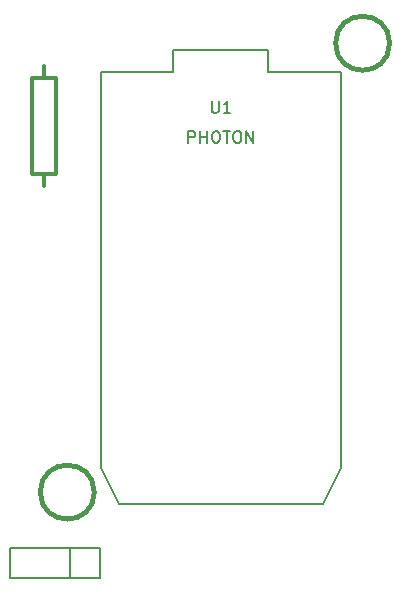
<source format=gto>
G04 (created by PCBNEW (2013-may-18)-stable) date Fre 02 Okt 2015 16:46:09 CEST*
%MOIN*%
G04 Gerber Fmt 3.4, Leading zero omitted, Abs format*
%FSLAX34Y34*%
G01*
G70*
G90*
G04 APERTURE LIST*
%ADD10C,0.00590551*%
%ADD11C,0.006*%
%ADD12C,0.012*%
%ADD13C,0.015*%
G04 APERTURE END LIST*
G54D10*
G54D11*
X45200Y-55405D02*
X45200Y-56405D01*
X45200Y-56405D02*
X42200Y-56405D01*
X42200Y-56405D02*
X42200Y-55405D01*
X42200Y-55405D02*
X45200Y-55405D01*
X44200Y-56405D02*
X44200Y-55405D01*
G54D12*
X43307Y-39338D02*
X43307Y-39738D01*
X43307Y-39738D02*
X43707Y-39738D01*
X43707Y-39738D02*
X43707Y-42938D01*
X43707Y-42938D02*
X42907Y-42938D01*
X42907Y-42938D02*
X42907Y-39738D01*
X42907Y-39738D02*
X43307Y-39738D01*
X43307Y-43338D02*
X43307Y-42938D01*
G54D10*
X53212Y-52744D02*
X52612Y-53944D01*
X45212Y-52744D02*
X45812Y-53944D01*
X45812Y-53944D02*
X52612Y-53944D01*
X53212Y-39544D02*
X53212Y-52744D01*
X45212Y-39544D02*
X45212Y-52744D01*
X50792Y-39544D02*
X53212Y-39544D01*
X47632Y-39544D02*
X45212Y-39544D01*
X47632Y-38794D02*
X47632Y-39544D01*
X50792Y-38794D02*
X50792Y-39544D01*
X47632Y-38794D02*
X50792Y-38794D01*
G54D13*
X54837Y-38582D02*
G75*
G03X54837Y-38582I-900J0D01*
G74*
G01*
X44994Y-53543D02*
G75*
G03X44994Y-53543I-900J0D01*
G74*
G01*
G54D10*
X48912Y-40509D02*
X48912Y-40828D01*
X48931Y-40865D01*
X48950Y-40884D01*
X48987Y-40903D01*
X49062Y-40903D01*
X49100Y-40884D01*
X49118Y-40865D01*
X49137Y-40828D01*
X49137Y-40509D01*
X49531Y-40903D02*
X49306Y-40903D01*
X49418Y-40903D02*
X49418Y-40509D01*
X49381Y-40565D01*
X49343Y-40603D01*
X49306Y-40622D01*
X48134Y-41903D02*
X48134Y-41509D01*
X48284Y-41509D01*
X48322Y-41528D01*
X48340Y-41547D01*
X48359Y-41584D01*
X48359Y-41640D01*
X48340Y-41678D01*
X48322Y-41697D01*
X48284Y-41715D01*
X48134Y-41715D01*
X48528Y-41903D02*
X48528Y-41509D01*
X48528Y-41697D02*
X48753Y-41697D01*
X48753Y-41903D02*
X48753Y-41509D01*
X49015Y-41509D02*
X49090Y-41509D01*
X49128Y-41528D01*
X49165Y-41565D01*
X49184Y-41640D01*
X49184Y-41772D01*
X49165Y-41847D01*
X49128Y-41884D01*
X49090Y-41903D01*
X49015Y-41903D01*
X48978Y-41884D01*
X48940Y-41847D01*
X48922Y-41772D01*
X48922Y-41640D01*
X48940Y-41565D01*
X48978Y-41528D01*
X49015Y-41509D01*
X49296Y-41509D02*
X49521Y-41509D01*
X49409Y-41903D02*
X49409Y-41509D01*
X49728Y-41509D02*
X49803Y-41509D01*
X49840Y-41528D01*
X49878Y-41565D01*
X49896Y-41640D01*
X49896Y-41772D01*
X49878Y-41847D01*
X49840Y-41884D01*
X49803Y-41903D01*
X49728Y-41903D01*
X49690Y-41884D01*
X49653Y-41847D01*
X49634Y-41772D01*
X49634Y-41640D01*
X49653Y-41565D01*
X49690Y-41528D01*
X49728Y-41509D01*
X50065Y-41903D02*
X50065Y-41509D01*
X50290Y-41903D01*
X50290Y-41509D01*
M02*

</source>
